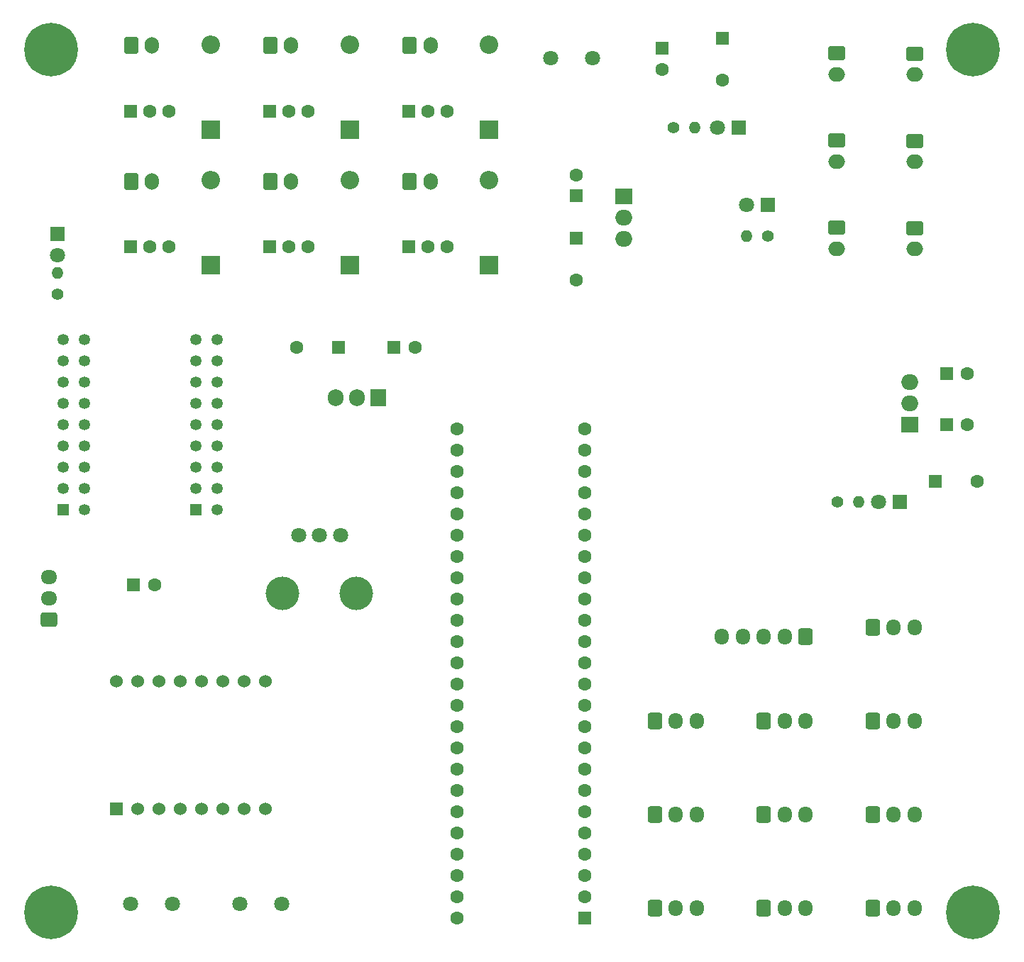
<source format=gts>
%TF.GenerationSoftware,KiCad,Pcbnew,6.0.5-a6ca702e91~116~ubuntu20.04.1*%
%TF.CreationDate,2022-05-31T08:03:47-06:00*%
%TF.ProjectId,mainboard,6d61696e-626f-4617-9264-2e6b69636164,rev?*%
%TF.SameCoordinates,Original*%
%TF.FileFunction,Soldermask,Top*%
%TF.FilePolarity,Negative*%
%FSLAX46Y46*%
G04 Gerber Fmt 4.6, Leading zero omitted, Abs format (unit mm)*
G04 Created by KiCad (PCBNEW 6.0.5-a6ca702e91~116~ubuntu20.04.1) date 2022-05-31 08:03:47*
%MOMM*%
%LPD*%
G01*
G04 APERTURE LIST*
G04 Aperture macros list*
%AMRoundRect*
0 Rectangle with rounded corners*
0 $1 Rounding radius*
0 $2 $3 $4 $5 $6 $7 $8 $9 X,Y pos of 4 corners*
0 Add a 4 corners polygon primitive as box body*
4,1,4,$2,$3,$4,$5,$6,$7,$8,$9,$2,$3,0*
0 Add four circle primitives for the rounded corners*
1,1,$1+$1,$2,$3*
1,1,$1+$1,$4,$5*
1,1,$1+$1,$6,$7*
1,1,$1+$1,$8,$9*
0 Add four rect primitives between the rounded corners*
20,1,$1+$1,$2,$3,$4,$5,0*
20,1,$1+$1,$4,$5,$6,$7,0*
20,1,$1+$1,$6,$7,$8,$9,0*
20,1,$1+$1,$8,$9,$2,$3,0*%
G04 Aperture macros list end*
%ADD10R,1.524000X1.524000*%
%ADD11C,1.524000*%
%ADD12R,1.350000X1.350000*%
%ADD13C,1.350000*%
%ADD14C,1.803400*%
%ADD15R,1.600200X1.600200*%
%ADD16C,1.600200*%
%ADD17C,1.400000*%
%ADD18O,1.400000X1.400000*%
%ADD19R,1.800000X1.800000*%
%ADD20C,1.800000*%
%ADD21R,2.000000X1.905000*%
%ADD22O,2.000000X1.905000*%
%ADD23O,1.905000X2.000000*%
%ADD24R,1.905000X2.000000*%
%ADD25C,1.600000*%
%ADD26R,1.600000X1.600000*%
%ADD27RoundRect,0.250000X-0.750000X0.600000X-0.750000X-0.600000X0.750000X-0.600000X0.750000X0.600000X0*%
%ADD28O,2.000000X1.700000*%
%ADD29O,1.700000X1.950000*%
%ADD30RoundRect,0.250000X-0.600000X-0.725000X0.600000X-0.725000X0.600000X0.725000X-0.600000X0.725000X0*%
%ADD31R,2.200000X2.200000*%
%ADD32O,2.200000X2.200000*%
%ADD33RoundRect,0.250000X-0.600000X-0.750000X0.600000X-0.750000X0.600000X0.750000X-0.600000X0.750000X0*%
%ADD34O,1.700000X2.000000*%
%ADD35RoundRect,0.250000X0.600000X0.725000X-0.600000X0.725000X-0.600000X-0.725000X0.600000X-0.725000X0*%
%ADD36C,6.400000*%
%ADD37C,3.600000*%
%ADD38O,1.950000X1.700000*%
%ADD39RoundRect,0.250000X0.725000X-0.600000X0.725000X0.600000X-0.725000X0.600000X-0.725000X-0.600000X0*%
%ADD40C,4.000000*%
G04 APERTURE END LIST*
D10*
%TO.C,U5*%
X131750003Y-134120001D03*
D11*
X134290003Y-134120001D03*
X136830003Y-134120001D03*
X139370003Y-134120001D03*
X141910003Y-134120001D03*
X144450003Y-134120001D03*
X146990003Y-134120001D03*
X149530003Y-134120001D03*
X131750003Y-118880001D03*
X134290003Y-118880001D03*
X136830003Y-118880001D03*
X139370003Y-118880001D03*
X141910003Y-118880001D03*
X144450003Y-118880001D03*
X146990003Y-118880001D03*
X149530003Y-118880001D03*
%TD*%
D12*
%TO.C,J20*%
X125459998Y-98388500D03*
D13*
X127999998Y-98388500D03*
X125459998Y-95848500D03*
X127999998Y-95848500D03*
X125459998Y-93308500D03*
X127999998Y-93308500D03*
X125459998Y-90768500D03*
X127999998Y-90768500D03*
X125459998Y-88228500D03*
X127999998Y-88228500D03*
X125459998Y-85688500D03*
X127999998Y-85688500D03*
X125459998Y-83148500D03*
X127999998Y-83148500D03*
X125459998Y-80608500D03*
X127999998Y-80608500D03*
X125459998Y-78068500D03*
X127999998Y-78068500D03*
%TD*%
D12*
%TO.C,J21*%
X141230002Y-98388500D03*
D13*
X143770002Y-98388500D03*
X141230002Y-95848500D03*
X143770002Y-95848500D03*
X141230002Y-93308500D03*
X143770002Y-93308500D03*
X141230002Y-90768500D03*
X143770002Y-90768500D03*
X141230002Y-88228500D03*
X143770002Y-88228500D03*
X141230002Y-85688500D03*
X143770002Y-85688500D03*
X141230002Y-83148500D03*
X143770002Y-83148500D03*
X141230002Y-80608500D03*
X143770002Y-80608500D03*
X141230002Y-78068500D03*
X143770002Y-78068500D03*
%TD*%
D14*
%TO.C,J25*%
X146500012Y-145499988D03*
X151500012Y-145499988D03*
%TD*%
%TO.C,J19*%
X188563000Y-44500000D03*
X183563000Y-44500000D03*
%TD*%
%TO.C,J24*%
X133500000Y-145500000D03*
X138500000Y-145500000D03*
%TD*%
D15*
%TO.C,Q4*%
X133485204Y-66999993D03*
D16*
X135771204Y-66999993D03*
X138057204Y-66999993D03*
%TD*%
D15*
%TO.C,Q5*%
X150091400Y-67000000D03*
D16*
X152377400Y-67000000D03*
X154663400Y-67000000D03*
%TD*%
D15*
%TO.C,Q1*%
X133485200Y-50806200D03*
D16*
X135771200Y-50806200D03*
X138057200Y-50806200D03*
%TD*%
D15*
%TO.C,Q3*%
X166697600Y-50806193D03*
D16*
X168983600Y-50806193D03*
X171269600Y-50806193D03*
%TD*%
D15*
%TO.C,Q6*%
X166697600Y-67000000D03*
D16*
X168983600Y-67000000D03*
X171269600Y-67000000D03*
%TD*%
D15*
%TO.C,Q2*%
X150091400Y-50806200D03*
D16*
X152377400Y-50806200D03*
X154663400Y-50806200D03*
%TD*%
D17*
%TO.C,R6*%
X217780000Y-97500000D03*
D18*
X220320000Y-97500000D03*
%TD*%
D17*
%TO.C,R5*%
X124750000Y-72720000D03*
D18*
X124750000Y-70180000D03*
%TD*%
D17*
%TO.C,R4*%
X198280000Y-52750000D03*
D18*
X200820000Y-52750000D03*
%TD*%
D17*
%TO.C,R3*%
X209470000Y-65750000D03*
D18*
X206930000Y-65750000D03*
%TD*%
D19*
%TO.C,D10*%
X225275000Y-97500000D03*
D20*
X222735000Y-97500000D03*
%TD*%
D19*
%TO.C,D9*%
X124750000Y-65475000D03*
D20*
X124750000Y-68015000D03*
%TD*%
D19*
%TO.C,D8*%
X206025000Y-52750000D03*
D20*
X203485000Y-52750000D03*
%TD*%
D19*
%TO.C,D7*%
X209525000Y-62000000D03*
D20*
X206985000Y-62000000D03*
%TD*%
D21*
%TO.C,U4*%
X226445000Y-88290000D03*
D22*
X226445000Y-85750000D03*
X226445000Y-83210000D03*
%TD*%
%TO.C,U2*%
X192305000Y-66043000D03*
X192305000Y-63503000D03*
D21*
X192305000Y-60963000D03*
%TD*%
D23*
%TO.C,U3*%
X157960000Y-85051000D03*
X160500000Y-85051000D03*
D24*
X163040000Y-85051000D03*
%TD*%
D25*
%TO.C,U1*%
X172380000Y-147210000D03*
X172380000Y-144670000D03*
X172380000Y-142130000D03*
X172380000Y-139590000D03*
X172380000Y-137050000D03*
X172380000Y-134510000D03*
X172380000Y-131970000D03*
X172380000Y-129430000D03*
X172380000Y-126890000D03*
X172380000Y-124350000D03*
X172380000Y-121810000D03*
X172380000Y-119270000D03*
X172380000Y-116730000D03*
X172380000Y-114190000D03*
X172380000Y-111650000D03*
X172380000Y-109110000D03*
X172380000Y-106570000D03*
X172380000Y-104030000D03*
X172380000Y-101490000D03*
X172380000Y-98950000D03*
X172380000Y-96410000D03*
X172380000Y-93870000D03*
X172380000Y-91330000D03*
X172380000Y-88790000D03*
X187620000Y-88790000D03*
X187620000Y-91330000D03*
X187620000Y-93870000D03*
X187620000Y-96410000D03*
X187620000Y-98950000D03*
X187620000Y-101490000D03*
X187620000Y-104030000D03*
X187620000Y-106570000D03*
X187620000Y-109110000D03*
X187620000Y-111650000D03*
X187620000Y-114190000D03*
X187620000Y-116730000D03*
X187620000Y-119270000D03*
X187620000Y-121810000D03*
X187620000Y-124350000D03*
X187620000Y-126890000D03*
X187620000Y-129430000D03*
X187620000Y-131970000D03*
X187620000Y-134510000D03*
X187620000Y-137050000D03*
X187620000Y-139590000D03*
X187620000Y-142130000D03*
X187620000Y-144670000D03*
D26*
X187620000Y-147210000D03*
%TD*%
D27*
%TO.C,J18*%
X217750000Y-64750000D03*
D28*
X217750000Y-67250000D03*
%TD*%
D29*
%TO.C,J5*%
X214000000Y-145975000D03*
X211500000Y-145975000D03*
D30*
X209000000Y-145975000D03*
%TD*%
D31*
%TO.C,D4*%
X143037600Y-69193800D03*
D32*
X143037600Y-59033800D03*
%TD*%
D33*
%TO.C,J11*%
X150143800Y-59193800D03*
D34*
X152643800Y-59193800D03*
%TD*%
%TO.C,J9*%
X169250000Y-42999993D03*
D33*
X166750000Y-42999993D03*
%TD*%
D26*
%TO.C,C7*%
X229500000Y-95000000D03*
D25*
X234500000Y-95000000D03*
%TD*%
D31*
%TO.C,D2*%
X159643800Y-53000000D03*
D32*
X159643800Y-42840000D03*
%TD*%
D25*
%TO.C,C4*%
X153300000Y-79000000D03*
D26*
X158300000Y-79000000D03*
%TD*%
D29*
%TO.C,J23*%
X204000000Y-113550000D03*
X206500000Y-113550000D03*
X209000000Y-113550000D03*
X211500000Y-113550000D03*
D35*
X214000000Y-113550000D03*
%TD*%
D30*
%TO.C,SW1*%
X222000000Y-112500000D03*
D29*
X224500000Y-112500000D03*
X227000000Y-112500000D03*
%TD*%
D28*
%TO.C,J13*%
X227025000Y-46449991D03*
D27*
X227025000Y-43949991D03*
%TD*%
D29*
%TO.C,SW4*%
X227000000Y-123658333D03*
X224500000Y-123658333D03*
D30*
X222000000Y-123658333D03*
%TD*%
D26*
%TO.C,C9*%
X204100000Y-42100000D03*
D25*
X204100000Y-47100000D03*
%TD*%
D30*
%TO.C,J3*%
X222000000Y-134816666D03*
D29*
X224500000Y-134816666D03*
X227000000Y-134816666D03*
%TD*%
D27*
%TO.C,J17*%
X217750000Y-54340000D03*
D28*
X217750000Y-56840000D03*
%TD*%
D36*
%TO.C,H2*%
X124000006Y-43499989D03*
D37*
X124000006Y-43499989D03*
%TD*%
D36*
%TO.C,H1*%
X233999989Y-43499989D03*
D37*
X233999989Y-43499989D03*
%TD*%
D26*
%TO.C,C8*%
X196856200Y-43317621D03*
D25*
X196856200Y-45817621D03*
%TD*%
D27*
%TO.C,J15*%
X227025000Y-64770000D03*
D28*
X227025000Y-67270000D03*
%TD*%
D30*
%TO.C,J1*%
X196000000Y-134816666D03*
D29*
X198500000Y-134816666D03*
X201000000Y-134816666D03*
%TD*%
D36*
%TO.C,H4*%
X233999989Y-146500012D03*
D37*
X233999989Y-146500012D03*
%TD*%
D30*
%TO.C,J4*%
X196000000Y-145975000D03*
D29*
X198500000Y-145975000D03*
X201000000Y-145975000D03*
%TD*%
D31*
%TO.C,D3*%
X176250000Y-52999993D03*
D32*
X176250000Y-42839993D03*
%TD*%
D28*
%TO.C,J16*%
X217750000Y-46430000D03*
D27*
X217750000Y-43930000D03*
%TD*%
D33*
%TO.C,J12*%
X166750000Y-59193800D03*
D34*
X169250000Y-59193800D03*
%TD*%
D31*
%TO.C,D5*%
X159643800Y-69193800D03*
D32*
X159643800Y-59033800D03*
%TD*%
D26*
%TO.C,C10*%
X133825721Y-107400000D03*
D25*
X136325721Y-107400000D03*
%TD*%
%TO.C,C3*%
X167403631Y-79000000D03*
D26*
X164903631Y-79000000D03*
%TD*%
D33*
%TO.C,J8*%
X150143800Y-43000000D03*
D34*
X152643800Y-43000000D03*
%TD*%
D38*
%TO.C,J22*%
X123750000Y-106500000D03*
X123750000Y-109000000D03*
D39*
X123750000Y-111500000D03*
%TD*%
D26*
%TO.C,C6*%
X230803631Y-88250000D03*
D25*
X233303631Y-88250000D03*
%TD*%
D33*
%TO.C,J10*%
X133537600Y-59193800D03*
D34*
X136037600Y-59193800D03*
%TD*%
D26*
%TO.C,C1*%
X186615000Y-60933369D03*
D25*
X186615000Y-58433369D03*
%TD*%
D29*
%TO.C,J2*%
X214000000Y-134816666D03*
X211500000Y-134816666D03*
D30*
X209000000Y-134816666D03*
%TD*%
D31*
%TO.C,D6*%
X176250000Y-69193800D03*
D32*
X176250000Y-59033800D03*
%TD*%
D33*
%TO.C,J7*%
X133537600Y-43000000D03*
D34*
X136037600Y-43000000D03*
%TD*%
D26*
%TO.C,C2*%
X186615000Y-66000000D03*
D25*
X186615000Y-71000000D03*
%TD*%
D31*
%TO.C,D1*%
X143037600Y-53000000D03*
D32*
X143037600Y-42840000D03*
%TD*%
D27*
%TO.C,J14*%
X227025000Y-54360000D03*
D28*
X227025000Y-56860000D03*
%TD*%
D29*
%TO.C,J6*%
X227000000Y-145975000D03*
X224500000Y-145975000D03*
D30*
X222000000Y-145975000D03*
%TD*%
D37*
%TO.C,H3*%
X124000006Y-146500012D03*
D36*
X124000006Y-146500012D03*
%TD*%
D20*
%TO.C,RV1*%
X158500000Y-101450000D03*
X156000000Y-101450000D03*
X153500000Y-101450000D03*
D40*
X151600000Y-108450000D03*
X160400000Y-108450000D03*
%TD*%
D29*
%TO.C,SW3*%
X214000000Y-123658333D03*
X211500000Y-123658333D03*
D30*
X209000000Y-123658333D03*
%TD*%
D26*
%TO.C,C5*%
X230803631Y-82196369D03*
D25*
X233303631Y-82196369D03*
%TD*%
D29*
%TO.C,SW2*%
X201000000Y-123658333D03*
X198500000Y-123658333D03*
D30*
X196000000Y-123658333D03*
%TD*%
M02*

</source>
